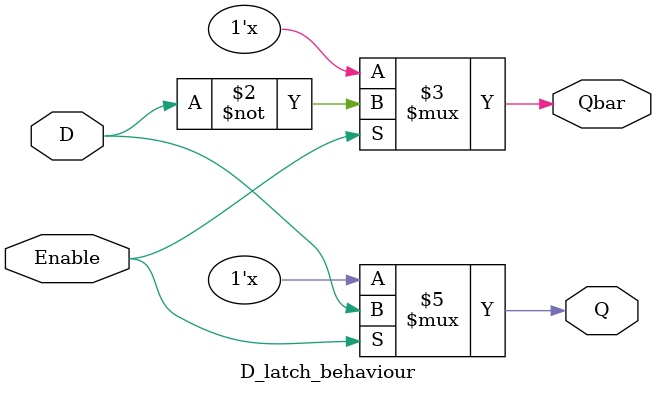
<source format=v>
module D_latch_behaviour (input D, input Enable, output reg Q, output reg Qbar);
	always @ (D or Enable)
		if (Enable)
			begin
				Q <= D;
				Qbar <= ~D;
			end
endmodule

</source>
